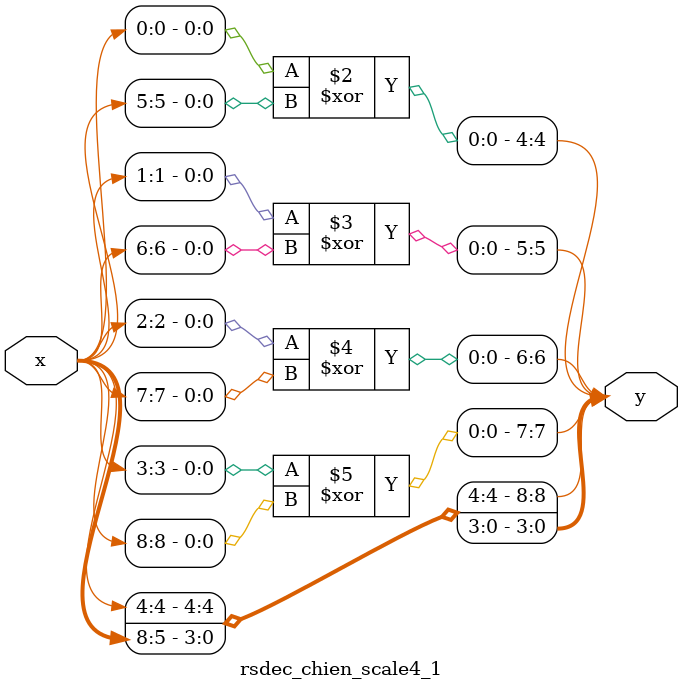
<source format=v>
module rsdec_chien_scale4_1 (y, x);
	input [8:0] x;
	output [8:0] y;
	reg [8:0] y;
	always @ (x)
	begin
		y[0] = x[5];
		y[1] = x[6];
		y[2] = x[7];
		y[3] = x[8];
		y[4] = x[0] ^ x[5];
		y[5] = x[1] ^ x[6];
		y[6] = x[2] ^ x[7];
		y[7] = x[3] ^ x[8];
		y[8] = x[4];
	end
endmodule
</source>
